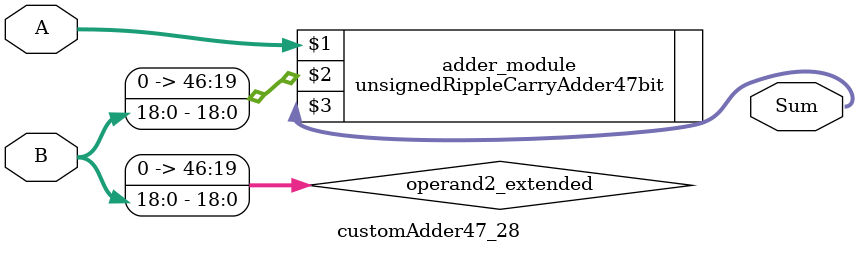
<source format=v>
module customAdder47_28(
                        input [46 : 0] A,
                        input [18 : 0] B,
                        
                        output [47 : 0] Sum
                );

        wire [46 : 0] operand2_extended;
        
        assign operand2_extended =  {28'b0, B};
        
        unsignedRippleCarryAdder47bit adder_module(
            A,
            operand2_extended,
            Sum
        );
        
        endmodule
        
</source>
